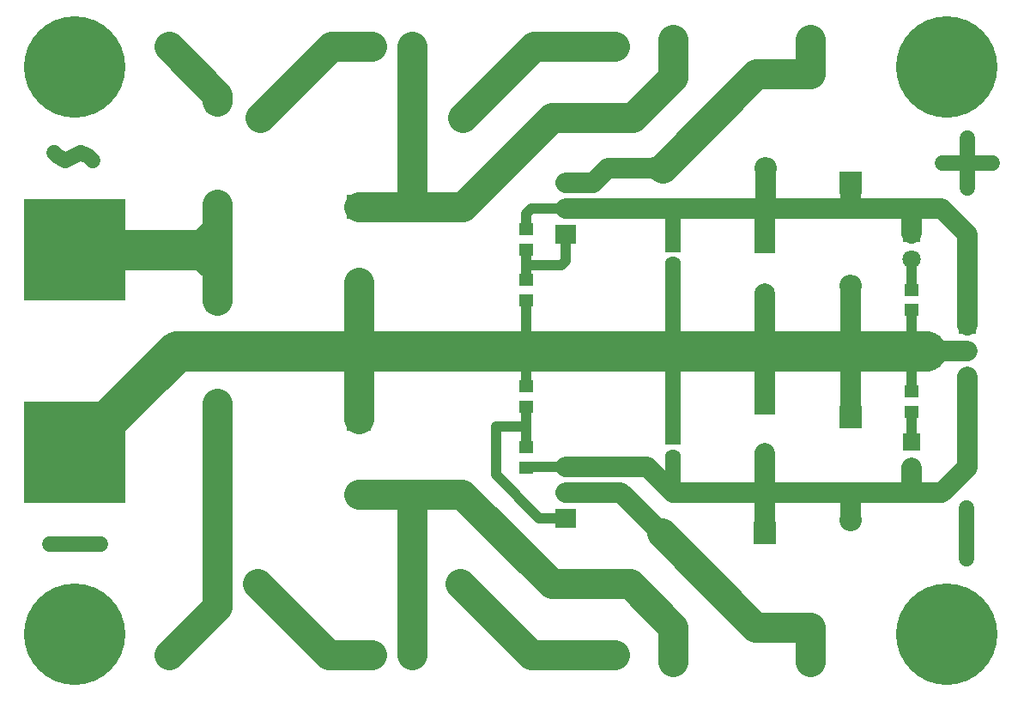
<source format=gbr>
%TF.GenerationSoftware,KiCad,Pcbnew,(6.0.10)*%
%TF.CreationDate,2023-01-15T12:58:33-05:00*%
%TF.ProjectId,Bipolar power supply,4269706f-6c61-4722-9070-6f7765722073,0*%
%TF.SameCoordinates,PX2faf080PY80befc0*%
%TF.FileFunction,Copper,L2,Bot*%
%TF.FilePolarity,Positive*%
%FSLAX46Y46*%
G04 Gerber Fmt 4.6, Leading zero omitted, Abs format (unit mm)*
G04 Created by KiCad (PCBNEW (6.0.10)) date 2023-01-15 12:58:33*
%MOMM*%
%LPD*%
G01*
G04 APERTURE LIST*
%ADD10C,1.500000*%
%TA.AperFunction,NonConductor*%
%ADD11C,1.500000*%
%TD*%
%TA.AperFunction,ComponentPad*%
%ADD12O,2.200000X2.200000*%
%TD*%
%TA.AperFunction,ComponentPad*%
%ADD13R,2.200000X2.200000*%
%TD*%
%TA.AperFunction,ComponentPad*%
%ADD14C,1.800000*%
%TD*%
%TA.AperFunction,ComponentPad*%
%ADD15R,1.800000X1.800000*%
%TD*%
%TA.AperFunction,ComponentPad*%
%ADD16O,2.000000X1.905000*%
%TD*%
%TA.AperFunction,ComponentPad*%
%ADD17R,2.000000X1.905000*%
%TD*%
%TA.AperFunction,ComponentPad*%
%ADD18C,10.000000*%
%TD*%
%TA.AperFunction,ComponentPad*%
%ADD19C,2.800000*%
%TD*%
%TA.AperFunction,ComponentPad*%
%ADD20O,2.800000X2.800000*%
%TD*%
%TA.AperFunction,ComponentPad*%
%ADD21O,2.600000X2.600000*%
%TD*%
%TA.AperFunction,ComponentPad*%
%ADD22C,2.600000*%
%TD*%
%TA.AperFunction,ComponentPad*%
%ADD23C,1.600000*%
%TD*%
%TA.AperFunction,ComponentPad*%
%ADD24R,1.600000X1.600000*%
%TD*%
%TA.AperFunction,ComponentPad*%
%ADD25O,1.700000X1.700000*%
%TD*%
%TA.AperFunction,ComponentPad*%
%ADD26R,1.700000X1.700000*%
%TD*%
%TA.AperFunction,ComponentPad*%
%ADD27C,2.400000*%
%TD*%
%TA.AperFunction,ComponentPad*%
%ADD28R,2.400000X2.400000*%
%TD*%
%TA.AperFunction,ComponentPad*%
%ADD29C,2.000000*%
%TD*%
%TA.AperFunction,ComponentPad*%
%ADD30R,2.000000X2.000000*%
%TD*%
%TA.AperFunction,ComponentPad*%
%ADD31R,10.000000X10.000000*%
%TD*%
%TA.AperFunction,SMDPad,CuDef*%
%ADD32R,1.400000X1.200000*%
%TD*%
%TA.AperFunction,Conductor*%
%ADD33C,1.000000*%
%TD*%
%TA.AperFunction,Conductor*%
%ADD34C,3.000000*%
%TD*%
%TA.AperFunction,Conductor*%
%ADD35C,4.000000*%
%TD*%
%TA.AperFunction,Conductor*%
%ADD36C,2.000000*%
%TD*%
%TA.AperFunction,Conductor*%
%ADD37C,1.500000*%
%TD*%
G04 APERTURE END LIST*
D10*
D11*
X4904761Y54571429D02*
X5285714Y54190477D01*
X6047619Y53809524D01*
X7571428Y54571429D01*
X8333333Y54190477D01*
X8714285Y53809524D01*
D10*
D11*
X4523809Y15964286D02*
X9476190Y15964286D01*
D10*
D11*
X97476190Y53535715D02*
X92523809Y53535715D01*
X95000000Y51059524D02*
X95000000Y56011905D01*
D10*
D11*
X94964285Y19476191D02*
X94964285Y14523810D01*
D12*
X21000000Y29840000D03*
D13*
X21000000Y40000000D03*
D12*
X21000000Y49420000D03*
D13*
X21000000Y59580000D03*
D14*
X89500000Y44000000D03*
D15*
X89500000Y46540000D03*
D16*
X55400000Y23530000D03*
X55400000Y20990000D03*
D17*
X55400000Y18450000D03*
D18*
X7000000Y7000000D03*
D12*
X83500000Y41420000D03*
D13*
X83500000Y51580000D03*
D19*
X25250000Y58000000D03*
D20*
X45250000Y58000000D03*
X36250000Y65000000D03*
D19*
X16250000Y65000000D03*
D21*
X79500000Y4300000D03*
X79500000Y7700000D03*
D22*
X66000000Y4300000D03*
D21*
X66000000Y7700000D03*
D18*
X7000000Y63000000D03*
D23*
X66000000Y24500000D03*
D24*
X66000000Y26500000D03*
D12*
X83500000Y18340000D03*
D13*
X83500000Y28500000D03*
D25*
X95000000Y32445000D03*
X95000000Y34985000D03*
D26*
X95000000Y37525000D03*
D14*
X89500000Y23460000D03*
D15*
X89500000Y26000000D03*
D27*
X35000000Y20826524D03*
D28*
X35000000Y28326524D03*
D18*
X93000000Y63000000D03*
D12*
X75080000Y53000000D03*
D13*
X64920000Y53000000D03*
D29*
X75000000Y40632323D03*
D30*
X75000000Y45632323D03*
D20*
X36250000Y5000000D03*
D19*
X16250000Y5000000D03*
D23*
X66000000Y43500000D03*
D24*
X66000000Y45500000D03*
D16*
X55400000Y51580000D03*
X55400000Y49040000D03*
D17*
X55400000Y46500000D03*
D31*
X7000000Y45000000D03*
X7000000Y25000000D03*
D18*
X93000000Y7000000D03*
D12*
X64840000Y17000000D03*
D13*
X75000000Y17000000D03*
D20*
X40250000Y5000000D03*
D19*
X60250000Y5000000D03*
D29*
X75000000Y24706062D03*
D30*
X75000000Y29706062D03*
D27*
X35000000Y41709144D03*
D28*
X35000000Y49209144D03*
D20*
X45000000Y12000000D03*
D19*
X25000000Y12000000D03*
D21*
X79500000Y62300000D03*
X79500000Y65700000D03*
D22*
X66000000Y62300000D03*
D21*
X66000000Y65700000D03*
D20*
X40250000Y65000000D03*
D19*
X60250000Y65000000D03*
D32*
X51525000Y45000000D03*
X51525000Y47000000D03*
X89500000Y29000000D03*
X89500000Y31000000D03*
X51525000Y40000000D03*
X51525000Y42000000D03*
X51500000Y23500000D03*
X51500000Y25500000D03*
X89500000Y39000000D03*
X89500000Y41000000D03*
X51500000Y29500000D03*
X51500000Y31500000D03*
D33*
X48500000Y27500000D02*
X51500000Y27500000D01*
X48500000Y22750000D02*
X48500000Y27500000D01*
X52800000Y18450000D02*
X48500000Y22750000D01*
X55400000Y18450000D02*
X52800000Y18450000D01*
X51500000Y27000000D02*
X51500000Y29500000D01*
X51500000Y34970000D02*
X51515000Y34985000D01*
X51500000Y31500000D02*
X51500000Y34970000D01*
D34*
X52000000Y5000000D02*
X45000000Y12000000D01*
X60250000Y5000000D02*
X52000000Y5000000D01*
X32000000Y5000000D02*
X25000000Y12000000D01*
X36250000Y5000000D02*
X32000000Y5000000D01*
X21000000Y49420000D02*
X21000000Y40000000D01*
X21000000Y47000000D02*
X21000000Y49420000D01*
D35*
X7000000Y45000000D02*
X19000000Y45000000D01*
D34*
X19000000Y45000000D02*
X21000000Y47000000D01*
X21000000Y43000000D02*
X21000000Y40000000D01*
X19000000Y45000000D02*
X21000000Y43000000D01*
D33*
X51500000Y25500000D02*
X51500000Y27000000D01*
X55400000Y23530000D02*
X51530000Y23530000D01*
X55400000Y43900000D02*
X55400000Y46500000D01*
X54975000Y43475000D02*
X55400000Y43900000D01*
X51525000Y43475000D02*
X54975000Y43475000D01*
X51525000Y43475000D02*
X51525000Y42000000D01*
X51525000Y45000000D02*
X51525000Y43475000D01*
X52040000Y49040000D02*
X55400000Y49040000D01*
X51525000Y48525000D02*
X52040000Y49040000D01*
X51525000Y47000000D02*
X51525000Y48525000D01*
D36*
X63470000Y23530000D02*
X55400000Y23530000D01*
X66000000Y21000000D02*
X63470000Y23530000D01*
X55400000Y20990000D02*
X60850000Y20990000D01*
X60850000Y20990000D02*
X64840000Y17000000D01*
D33*
X51525000Y34995000D02*
X51515000Y34985000D01*
D35*
X51515000Y34985000D02*
X55985000Y34985000D01*
D33*
X51525000Y40000000D02*
X51525000Y34995000D01*
D35*
X41015000Y34985000D02*
X51515000Y34985000D01*
D34*
X74140000Y7700000D02*
X64840000Y17000000D01*
X79500000Y7700000D02*
X74140000Y7700000D01*
X74220000Y62300000D02*
X64920000Y53000000D01*
X79500000Y62300000D02*
X74220000Y62300000D01*
X66000000Y62000000D02*
X66000000Y62300000D01*
X62000000Y58000000D02*
X66000000Y62000000D01*
X45209144Y49209144D02*
X54000000Y58000000D01*
X54000000Y58000000D02*
X62000000Y58000000D01*
X39290856Y49209144D02*
X45209144Y49209144D01*
X40250000Y50168288D02*
X39290856Y49209144D01*
X40250000Y65000000D02*
X40250000Y50168288D01*
X52250000Y65000000D02*
X45250000Y58000000D01*
X60250000Y65000000D02*
X52250000Y65000000D01*
X32250000Y65000000D02*
X25250000Y58000000D01*
X36250000Y65000000D02*
X32250000Y65000000D01*
X21000000Y60250000D02*
X16250000Y65000000D01*
X21000000Y59580000D02*
X21000000Y60250000D01*
X39290856Y49209144D02*
X35000000Y49209144D01*
X40250000Y5000000D02*
X40250000Y20750000D01*
X40326524Y20826524D02*
X45173476Y20826524D01*
X35000000Y20826524D02*
X40326524Y20826524D01*
X40250000Y20750000D02*
X40326524Y20826524D01*
X54000000Y12000000D02*
X61700000Y12000000D01*
X45173476Y20826524D02*
X54000000Y12000000D01*
X61700000Y12000000D02*
X66000000Y7700000D01*
X35000000Y28326524D02*
X35000000Y35500000D01*
X35000000Y41709144D02*
X35000000Y35500000D01*
D35*
X35515000Y34985000D02*
X41015000Y34985000D01*
X26985000Y34985000D02*
X35515000Y34985000D01*
D34*
X35000000Y35500000D02*
X35515000Y34985000D01*
X21000000Y29840000D02*
X21000000Y9750000D01*
X21000000Y9750000D02*
X16250000Y5000000D01*
D35*
X7000000Y25000000D02*
X17000000Y35000000D01*
X17000000Y35000000D02*
X27500000Y35000000D01*
D36*
X58080000Y51580000D02*
X59500000Y53000000D01*
X55400000Y51580000D02*
X58080000Y51580000D01*
X59500000Y53000000D02*
X64920000Y53000000D01*
X75000000Y17000000D02*
X75000000Y24867677D01*
X70960000Y49040000D02*
X55400000Y49040000D01*
X70978297Y49021703D02*
X70960000Y49040000D01*
X70978297Y49021703D02*
X84000000Y49000000D01*
X75080000Y49212323D02*
X75000000Y49132323D01*
X75080000Y53000000D02*
X75080000Y49212323D01*
D37*
X66000000Y24500000D02*
X66000000Y21000000D01*
D36*
X66000000Y21000000D02*
X84000000Y21000000D01*
X83500000Y18340000D02*
X83500000Y21000000D01*
X89500000Y23460000D02*
X89500000Y21000000D01*
D33*
X89500000Y29000000D02*
X89500000Y26000000D01*
X89500000Y31000000D02*
X89500000Y35000000D01*
X89500000Y39000000D02*
X89500000Y35000000D01*
X89500000Y44000000D02*
X89500000Y41000000D01*
D36*
X89500000Y46540000D02*
X89500000Y49000000D01*
D35*
X27000000Y35000000D02*
X26985000Y34985000D01*
D36*
X75000000Y45632323D02*
X75000000Y49132323D01*
X84000000Y49000000D02*
X92500000Y49000000D01*
X92500000Y49000000D02*
X95000000Y46500000D01*
X83500000Y51580000D02*
X83500000Y49000000D01*
D37*
X66000000Y45500000D02*
X66000000Y49000000D01*
D36*
X95000000Y46500000D02*
X95000000Y37525000D01*
X92500000Y21000000D02*
X95000000Y23500000D01*
X95000000Y23500000D02*
X95000000Y32445000D01*
X84000000Y21000000D02*
X92500000Y21000000D01*
D34*
X79500000Y65700000D02*
X79500000Y62300000D01*
D36*
X91015000Y34985000D02*
X95000000Y34985000D01*
D35*
X84515000Y34985000D02*
X90985000Y34985000D01*
D37*
X66000000Y35000000D02*
X65985000Y34985000D01*
D35*
X55985000Y34985000D02*
X58015000Y34985000D01*
D36*
X75000000Y29867677D02*
X75000000Y35102323D01*
D35*
X89485000Y34985000D02*
X89500000Y35000000D01*
D33*
X56125000Y35125000D02*
X55985000Y34985000D01*
D37*
X66000000Y34970000D02*
X65985000Y34985000D01*
D36*
X83500000Y35500000D02*
X84015000Y34985000D01*
D35*
X68985000Y34985000D02*
X77015000Y34985000D01*
D36*
X83500000Y28500000D02*
X83500000Y35500000D01*
X85500000Y35000000D02*
X87500000Y35000000D01*
D37*
X66000000Y26500000D02*
X66000000Y34970000D01*
D33*
X56000000Y34970000D02*
X55985000Y34985000D01*
D36*
X75000000Y35102323D02*
X75015000Y35117323D01*
X75000000Y35132323D02*
X75015000Y35117323D01*
D35*
X58015000Y34985000D02*
X68985000Y34985000D01*
D36*
X87500000Y35000000D02*
X88500000Y35000000D01*
X75000000Y40632323D02*
X75000000Y35132323D01*
X83500000Y41420000D02*
X83500000Y35500000D01*
X88500000Y35000000D02*
X88515000Y34985000D01*
D33*
X57925000Y35075000D02*
X58015000Y34985000D01*
D37*
X66000000Y43500000D02*
X66000000Y35000000D01*
D35*
X77015000Y34985000D02*
X84515000Y34985000D01*
D34*
X79500000Y7700000D02*
X79500000Y4300000D01*
X66000000Y65700000D02*
X66000000Y62300000D01*
X66000000Y7700000D02*
X66000000Y4300000D01*
M02*

</source>
